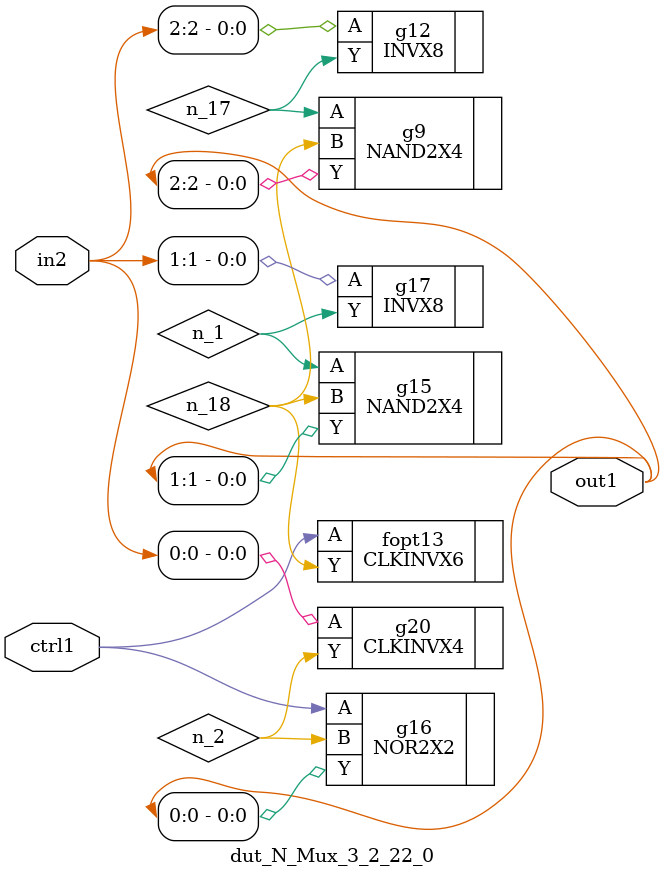
<source format=v>
`timescale 1ps / 1ps


module dut_N_Mux_3_2_22_0(in2, ctrl1, out1);
  input [2:0] in2;
  input ctrl1;
  output [2:0] out1;
  wire [2:0] in2;
  wire ctrl1;
  wire [2:0] out1;
  wire n_1, n_2, n_17, n_18;
  NAND2X4 g15(.A (n_1), .B (n_18), .Y (out1[1]));
  NOR2X2 g16(.A (ctrl1), .B (n_2), .Y (out1[0]));
  CLKINVX4 g20(.A (in2[0]), .Y (n_2));
  INVX8 g17(.A (in2[1]), .Y (n_1));
  NAND2X4 g9(.A (n_17), .B (n_18), .Y (out1[2]));
  INVX8 g12(.A (in2[2]), .Y (n_17));
  CLKINVX6 fopt13(.A (ctrl1), .Y (n_18));
endmodule


</source>
